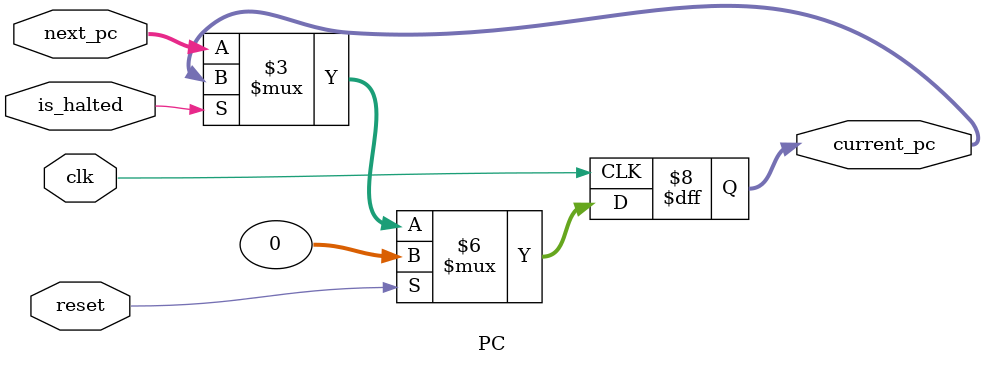
<source format=v>
`include "opcodes.v"
`include "alu_opcodes.v"

module PC(input	reset,
          input clk,
          input is_halted,
          input [31:0] next_pc, // next pc state
          output reg [31:0] current_pc); // current pc state
    
    // Todo
    // update PC at every clock cycle
    // Initialize current pc state
    always @(posedge clk) begin
        // Reset current_pc
        if (reset) begin
            current_pc <= 0;
        end
        else if (is_halted) begin
            current_pc <= current_pc;
        end
        else begin
            current_pc <= next_pc;
        end
    end
endmodule

</source>
